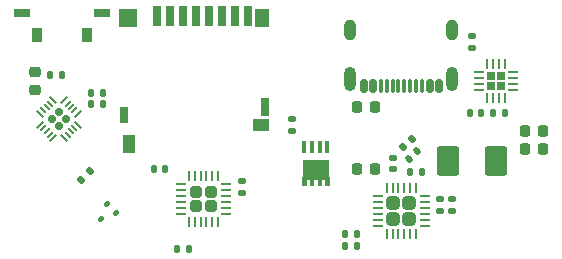
<source format=gbr>
%TF.GenerationSoftware,KiCad,Pcbnew,9.0.6-9.0.6~ubuntu25.04.1*%
%TF.CreationDate,2025-12-27T12:18:54+10:00*%
%TF.ProjectId,Stormbreaker,53746f72-6d62-4726-9561-6b65722e6b69,rev?*%
%TF.SameCoordinates,Original*%
%TF.FileFunction,Paste,Top*%
%TF.FilePolarity,Positive*%
%FSLAX46Y46*%
G04 Gerber Fmt 4.6, Leading zero omitted, Abs format (unit mm)*
G04 Created by KiCad (PCBNEW 9.0.6-9.0.6~ubuntu25.04.1) date 2025-12-27 12:18:54*
%MOMM*%
%LPD*%
G01*
G04 APERTURE LIST*
G04 Aperture macros list*
%AMRoundRect*
0 Rectangle with rounded corners*
0 $1 Rounding radius*
0 $2 $3 $4 $5 $6 $7 $8 $9 X,Y pos of 4 corners*
0 Add a 4 corners polygon primitive as box body*
4,1,4,$2,$3,$4,$5,$6,$7,$8,$9,$2,$3,0*
0 Add four circle primitives for the rounded corners*
1,1,$1+$1,$2,$3*
1,1,$1+$1,$4,$5*
1,1,$1+$1,$6,$7*
1,1,$1+$1,$8,$9*
0 Add four rect primitives between the rounded corners*
20,1,$1+$1,$2,$3,$4,$5,0*
20,1,$1+$1,$4,$5,$6,$7,0*
20,1,$1+$1,$6,$7,$8,$9,0*
20,1,$1+$1,$8,$9,$2,$3,0*%
%AMFreePoly0*
4,1,14,0.334644,0.085355,0.385355,0.034644,0.400000,-0.000711,0.400000,-0.050000,0.385355,-0.085355,0.350000,-0.100000,-0.350000,-0.100000,-0.385355,-0.085355,-0.400000,-0.050000,-0.400000,0.050000,-0.385355,0.085355,-0.350000,0.100000,0.299289,0.100000,0.334644,0.085355,0.334644,0.085355,$1*%
%AMFreePoly1*
4,1,14,0.385355,0.085355,0.400000,0.050000,0.400000,0.000711,0.385355,-0.034644,0.334644,-0.085355,0.299289,-0.100000,-0.350000,-0.100000,-0.385355,-0.085355,-0.400000,-0.050000,-0.400000,0.050000,-0.385355,0.085355,-0.350000,0.100000,0.350000,0.100000,0.385355,0.085355,0.385355,0.085355,$1*%
%AMFreePoly2*
4,1,14,0.085355,0.385355,0.100000,0.350000,0.100000,-0.350000,0.085355,-0.385355,0.050000,-0.400000,-0.050000,-0.400000,-0.085355,-0.385355,-0.100000,-0.350000,-0.100000,0.299289,-0.085355,0.334644,-0.034644,0.385355,0.000711,0.400000,0.050000,0.400000,0.085355,0.385355,0.085355,0.385355,$1*%
%AMFreePoly3*
4,1,14,0.034644,0.385355,0.085355,0.334644,0.100000,0.299289,0.100000,-0.350000,0.085355,-0.385355,0.050000,-0.400000,-0.050000,-0.400000,-0.085355,-0.385355,-0.100000,-0.350000,-0.100000,0.350000,-0.085355,0.385355,-0.050000,0.400000,-0.000711,0.400000,0.034644,0.385355,0.034644,0.385355,$1*%
%AMFreePoly4*
4,1,14,0.385355,0.085355,0.400000,0.050000,0.400000,-0.050000,0.385355,-0.085355,0.350000,-0.100000,-0.299289,-0.100000,-0.334644,-0.085355,-0.385355,-0.034644,-0.400000,0.000711,-0.400000,0.050000,-0.385355,0.085355,-0.350000,0.100000,0.350000,0.100000,0.385355,0.085355,0.385355,0.085355,$1*%
%AMFreePoly5*
4,1,14,0.385355,0.085355,0.400000,0.050000,0.400000,-0.050000,0.385355,-0.085355,0.350000,-0.100000,-0.350000,-0.100000,-0.385355,-0.085355,-0.400000,-0.050000,-0.400000,-0.000711,-0.385355,0.034644,-0.334644,0.085355,-0.299289,0.100000,0.350000,0.100000,0.385355,0.085355,0.385355,0.085355,$1*%
%AMFreePoly6*
4,1,14,0.085355,0.385355,0.100000,0.350000,0.100000,-0.299289,0.085355,-0.334644,0.034644,-0.385355,-0.000711,-0.400000,-0.050000,-0.400000,-0.085355,-0.385355,-0.100000,-0.350000,-0.100000,0.350000,-0.085355,0.385355,-0.050000,0.400000,0.050000,0.400000,0.085355,0.385355,0.085355,0.385355,$1*%
%AMFreePoly7*
4,1,14,0.085355,0.385355,0.100000,0.350000,0.100000,-0.350000,0.085355,-0.385355,0.050000,-0.400000,0.000711,-0.400000,-0.034644,-0.385355,-0.085355,-0.334644,-0.100000,-0.299289,-0.100000,0.350000,-0.085355,0.385355,-0.050000,0.400000,0.050000,0.400000,0.085355,0.385355,0.085355,0.385355,$1*%
%AMFreePoly8*
4,1,21,1.372500,0.787500,0.862500,0.787500,0.862500,0.532500,1.372500,0.532500,1.372500,0.127500,0.862500,0.127500,0.862500,-0.127500,1.372500,-0.127500,1.372500,-0.532500,0.862500,-0.532500,0.862500,-0.787500,1.372500,-0.787500,1.372500,-1.195000,0.612500,-1.195000,0.612500,-1.117500,-0.862500,-1.117500,-0.862500,1.117500,0.612500,1.117500,0.612500,1.195000,1.372500,1.195000,
1.372500,0.787500,1.372500,0.787500,$1*%
G04 Aperture macros list end*
%ADD10RoundRect,0.225000X0.250000X-0.225000X0.250000X0.225000X-0.250000X0.225000X-0.250000X-0.225000X0*%
%ADD11RoundRect,0.140000X0.170000X-0.140000X0.170000X0.140000X-0.170000X0.140000X-0.170000X-0.140000X0*%
%ADD12RoundRect,0.250000X-0.315000X-0.315000X0.315000X-0.315000X0.315000X0.315000X-0.315000X0.315000X0*%
%ADD13RoundRect,0.062500X-0.350000X-0.062500X0.350000X-0.062500X0.350000X0.062500X-0.350000X0.062500X0*%
%ADD14RoundRect,0.062500X-0.062500X-0.350000X0.062500X-0.350000X0.062500X0.350000X-0.062500X0.350000X0*%
%ADD15RoundRect,0.135000X-0.135000X-0.185000X0.135000X-0.185000X0.135000X0.185000X-0.135000X0.185000X0*%
%ADD16RoundRect,0.172500X-0.243952X0.000000X0.000000X-0.243952X0.243952X0.000000X0.000000X0.243952X0*%
%ADD17FreePoly0,315.000000*%
%ADD18RoundRect,0.050000X-0.282843X0.212132X0.212132X-0.282843X0.282843X-0.212132X-0.212132X0.282843X0*%
%ADD19FreePoly1,315.000000*%
%ADD20FreePoly2,315.000000*%
%ADD21RoundRect,0.050000X-0.282843X-0.212132X-0.212132X-0.282843X0.282843X0.212132X0.212132X0.282843X0*%
%ADD22FreePoly3,315.000000*%
%ADD23FreePoly4,315.000000*%
%ADD24FreePoly5,315.000000*%
%ADD25FreePoly6,315.000000*%
%ADD26FreePoly7,315.000000*%
%ADD27RoundRect,0.140000X-0.021213X0.219203X-0.219203X0.021213X0.021213X-0.219203X0.219203X-0.021213X0*%
%ADD28RoundRect,0.250000X-0.700000X-1.000000X0.700000X-1.000000X0.700000X1.000000X-0.700000X1.000000X0*%
%ADD29RoundRect,0.140000X-0.140000X-0.170000X0.140000X-0.170000X0.140000X0.170000X-0.140000X0.170000X0*%
%ADD30RoundRect,0.140000X-0.170000X0.140000X-0.170000X-0.140000X0.170000X-0.140000X0.170000X0.140000X0*%
%ADD31RoundRect,0.250000X-0.255000X-0.255000X0.255000X-0.255000X0.255000X0.255000X-0.255000X0.255000X0*%
%ADD32RoundRect,0.062500X-0.375000X-0.062500X0.375000X-0.062500X0.375000X0.062500X-0.375000X0.062500X0*%
%ADD33RoundRect,0.062500X-0.062500X-0.375000X0.062500X-0.375000X0.062500X0.375000X-0.062500X0.375000X0*%
%ADD34RoundRect,0.225000X0.225000X0.250000X-0.225000X0.250000X-0.225000X-0.250000X0.225000X-0.250000X0*%
%ADD35RoundRect,0.150000X0.150000X0.425000X-0.150000X0.425000X-0.150000X-0.425000X0.150000X-0.425000X0*%
%ADD36RoundRect,0.075000X0.075000X0.500000X-0.075000X0.500000X-0.075000X-0.500000X0.075000X-0.500000X0*%
%ADD37O,1.000000X2.100000*%
%ADD38O,1.000000X1.800000*%
%ADD39RoundRect,0.100000X-0.038891X-0.180312X0.180312X0.038891X0.038891X0.180312X-0.180312X-0.038891X0*%
%ADD40R,0.405000X0.990000*%
%ADD41FreePoly8,270.000000*%
%ADD42R,0.700000X1.750000*%
%ADD43R,1.450000X1.000000*%
%ADD44R,1.000000X1.550000*%
%ADD45R,0.800000X1.500000*%
%ADD46R,1.300000X1.500000*%
%ADD47R,1.500000X1.500000*%
%ADD48R,0.800000X1.400000*%
%ADD49RoundRect,0.135000X0.185000X-0.135000X0.185000X0.135000X-0.185000X0.135000X-0.185000X-0.135000X0*%
%ADD50R,0.900000X1.270000*%
%ADD51R,1.450000X0.800000*%
%ADD52RoundRect,0.135000X-0.035355X0.226274X-0.226274X0.035355X0.035355X-0.226274X0.226274X-0.035355X0*%
%ADD53RoundRect,0.135000X0.135000X0.185000X-0.135000X0.185000X-0.135000X-0.185000X0.135000X-0.185000X0*%
%ADD54RoundRect,0.140000X0.140000X0.170000X-0.140000X0.170000X-0.140000X-0.170000X0.140000X-0.170000X0*%
%ADD55RoundRect,0.185000X-0.185000X-0.185000X0.185000X-0.185000X0.185000X0.185000X-0.185000X0.185000X0*%
%ADD56RoundRect,0.062500X-0.337500X-0.062500X0.337500X-0.062500X0.337500X0.062500X-0.337500X0.062500X0*%
%ADD57RoundRect,0.062500X-0.062500X-0.337500X0.062500X-0.337500X0.062500X0.337500X-0.062500X0.337500X0*%
G04 APERTURE END LIST*
D10*
%TO.C,C13*%
X117000000Y-48275000D03*
X117000000Y-46725000D03*
%TD*%
D11*
%TO.C,C5*%
X151250000Y-58480000D03*
X151250000Y-57520000D03*
%TD*%
D12*
%TO.C,U1*%
X147325000Y-57825000D03*
X147325000Y-59175000D03*
X148675000Y-57825000D03*
X148675000Y-59175000D03*
D13*
X146037500Y-57250000D03*
X146037500Y-57750000D03*
X146037500Y-58250000D03*
X146037500Y-58750000D03*
X146037500Y-59250000D03*
X146037500Y-59750000D03*
D14*
X146750000Y-60462500D03*
X147250000Y-60462500D03*
X147750000Y-60462500D03*
X148250000Y-60462500D03*
X148750000Y-60462500D03*
X149250000Y-60462500D03*
D13*
X149962500Y-59750000D03*
X149962500Y-59250000D03*
X149962500Y-58750000D03*
X149962500Y-58250000D03*
X149962500Y-57750000D03*
X149962500Y-57250000D03*
D14*
X149250000Y-56537500D03*
X148750000Y-56537500D03*
X148250000Y-56537500D03*
X147750000Y-56537500D03*
X147250000Y-56537500D03*
X146750000Y-56537500D03*
%TD*%
D15*
%TO.C,R9*%
X121740000Y-49500000D03*
X122760000Y-49500000D03*
%TD*%
D16*
%TO.C,U3*%
X119000000Y-50148959D03*
X118398959Y-50750000D03*
X119601041Y-50750000D03*
X119000000Y-51351041D03*
D17*
X118540381Y-49159010D03*
D18*
X118257538Y-49441852D03*
X117974695Y-49724695D03*
X117691852Y-50007538D03*
D19*
X117409010Y-50290381D03*
D20*
X117409010Y-51209619D03*
D21*
X117691852Y-51492462D03*
X117974695Y-51775305D03*
X118257538Y-52058148D03*
D22*
X118540381Y-52340990D03*
D23*
X119459619Y-52340990D03*
D18*
X119742462Y-52058148D03*
X120025305Y-51775305D03*
X120308148Y-51492462D03*
D24*
X120590990Y-51209619D03*
D25*
X120590990Y-50290381D03*
D21*
X120308148Y-50007538D03*
X120025305Y-49724695D03*
X119742462Y-49441852D03*
D26*
X119459619Y-49159010D03*
%TD*%
D27*
%TO.C,C4*%
X149339411Y-53410589D03*
X148660589Y-54089411D03*
%TD*%
D28*
%TO.C,L1*%
X151950000Y-54250000D03*
X156050000Y-54250000D03*
%TD*%
D29*
%TO.C,C9*%
X129020000Y-61750000D03*
X129980000Y-61750000D03*
%TD*%
D15*
%TO.C,R10*%
X121740000Y-48500000D03*
X122760000Y-48500000D03*
%TD*%
D30*
%TO.C,C7*%
X147250000Y-54020000D03*
X147250000Y-54980000D03*
%TD*%
D11*
%TO.C,C12*%
X134500000Y-56980000D03*
X134500000Y-56020000D03*
%TD*%
D15*
%TO.C,R1*%
X143240000Y-60500000D03*
X144260000Y-60500000D03*
%TD*%
D31*
%TO.C,U2*%
X130625000Y-56875000D03*
X130625000Y-58125000D03*
X131875000Y-56875000D03*
X131875000Y-58125000D03*
D32*
X129312500Y-56250000D03*
X129312500Y-56750000D03*
X129312500Y-57250000D03*
X129312500Y-57750000D03*
X129312500Y-58250000D03*
X129312500Y-58750000D03*
D33*
X130000000Y-59437500D03*
X130500000Y-59437500D03*
X131000000Y-59437500D03*
X131500000Y-59437500D03*
X132000000Y-59437500D03*
X132500000Y-59437500D03*
D32*
X133187500Y-58750000D03*
X133187500Y-58250000D03*
X133187500Y-57750000D03*
X133187500Y-57250000D03*
X133187500Y-56750000D03*
X133187500Y-56250000D03*
D33*
X132500000Y-55562500D03*
X132000000Y-55562500D03*
X131500000Y-55562500D03*
X131000000Y-55562500D03*
X130500000Y-55562500D03*
X130000000Y-55562500D03*
%TD*%
D11*
%TO.C,C6*%
X152250000Y-58480000D03*
X152250000Y-57520000D03*
%TD*%
D34*
%TO.C,C2*%
X160000000Y-51750000D03*
X158450000Y-51750000D03*
%TD*%
D35*
%TO.C,J2*%
X151200000Y-47930000D03*
X150400000Y-47930000D03*
D36*
X149250000Y-47930000D03*
X148250000Y-47930000D03*
X147750000Y-47930000D03*
X146750000Y-47930000D03*
D35*
X145600000Y-47930000D03*
X144800000Y-47930000D03*
X144800000Y-47930000D03*
X145600000Y-47930000D03*
D36*
X146250000Y-47930000D03*
X147250000Y-47930000D03*
X148750000Y-47930000D03*
X149750000Y-47930000D03*
D35*
X150400000Y-47930000D03*
X151200000Y-47930000D03*
D37*
X152320000Y-47355000D03*
D38*
X152320000Y-43175000D03*
D37*
X143680000Y-47355000D03*
D38*
X143680000Y-43175000D03*
%TD*%
D34*
%TO.C,C1*%
X145775000Y-55000000D03*
X144225000Y-55000000D03*
%TD*%
D39*
%TO.C,Q2*%
X123809637Y-58647470D03*
X123102530Y-57940363D03*
X122543916Y-59206084D03*
%TD*%
D40*
%TO.C,Q1*%
X141740000Y-53065000D03*
X141080000Y-53065000D03*
X140420000Y-53065000D03*
X139760000Y-53065000D03*
D41*
X140750000Y-55057500D03*
%TD*%
D34*
%TO.C,C14*%
X145775000Y-49750000D03*
X144225000Y-49750000D03*
%TD*%
D42*
%TO.C,J1*%
X127305000Y-42025000D03*
X128405000Y-42025000D03*
X129505000Y-42025000D03*
X130605000Y-42025000D03*
X131705000Y-42025000D03*
X132805000Y-42025000D03*
X133905000Y-42025000D03*
X135005000Y-42025000D03*
D43*
X136130000Y-51250000D03*
D44*
X124905000Y-52825000D03*
D45*
X136455000Y-49750000D03*
D46*
X136205000Y-42150000D03*
D47*
X124855000Y-42150000D03*
D48*
X124505000Y-50400000D03*
%TD*%
D49*
%TO.C,R11*%
X154000000Y-44760000D03*
X154000000Y-43740000D03*
%TD*%
D50*
%TO.C,SW1*%
X117150000Y-43635000D03*
X121350000Y-43635000D03*
D51*
X122625000Y-41750000D03*
X115875000Y-41750000D03*
%TD*%
D15*
%TO.C,R2*%
X143240001Y-61500000D03*
X144259999Y-61500000D03*
%TD*%
D29*
%TO.C,C15*%
X153770000Y-50250707D03*
X154730000Y-50250707D03*
%TD*%
D52*
%TO.C,R7*%
X121610624Y-55139376D03*
X120889376Y-55860624D03*
%TD*%
D53*
%TO.C,R6*%
X156760000Y-50251000D03*
X155740000Y-50251000D03*
%TD*%
D34*
%TO.C,C16*%
X160000000Y-53250000D03*
X158450000Y-53250000D03*
%TD*%
D49*
%TO.C,R8*%
X138750000Y-51770000D03*
X138750000Y-50750000D03*
%TD*%
D15*
%TO.C,R5*%
X118240000Y-47000000D03*
X119260000Y-47000000D03*
%TD*%
D52*
%TO.C,R3*%
X148860624Y-52389376D03*
X148139376Y-53110624D03*
%TD*%
D54*
%TO.C,C8*%
X128000000Y-55000000D03*
X127040000Y-55000000D03*
%TD*%
D55*
%TO.C,U4*%
X155575000Y-47075000D03*
X155575000Y-47925000D03*
X156425000Y-47075000D03*
X156425000Y-47925000D03*
D56*
X154550000Y-46750000D03*
X154550000Y-47250000D03*
X154550000Y-47750000D03*
X154550000Y-48250000D03*
D57*
X155250000Y-48950000D03*
X155750000Y-48950000D03*
X156250000Y-48950000D03*
X156750000Y-48950000D03*
D56*
X157450000Y-48250000D03*
X157450000Y-47750000D03*
X157450000Y-47250000D03*
X157450000Y-46750000D03*
D57*
X156750000Y-46050000D03*
X156250000Y-46050000D03*
X155750000Y-46050000D03*
X155250000Y-46050000D03*
%TD*%
D54*
%TO.C,C3*%
X149710000Y-55250000D03*
X148750000Y-55250000D03*
%TD*%
M02*

</source>
